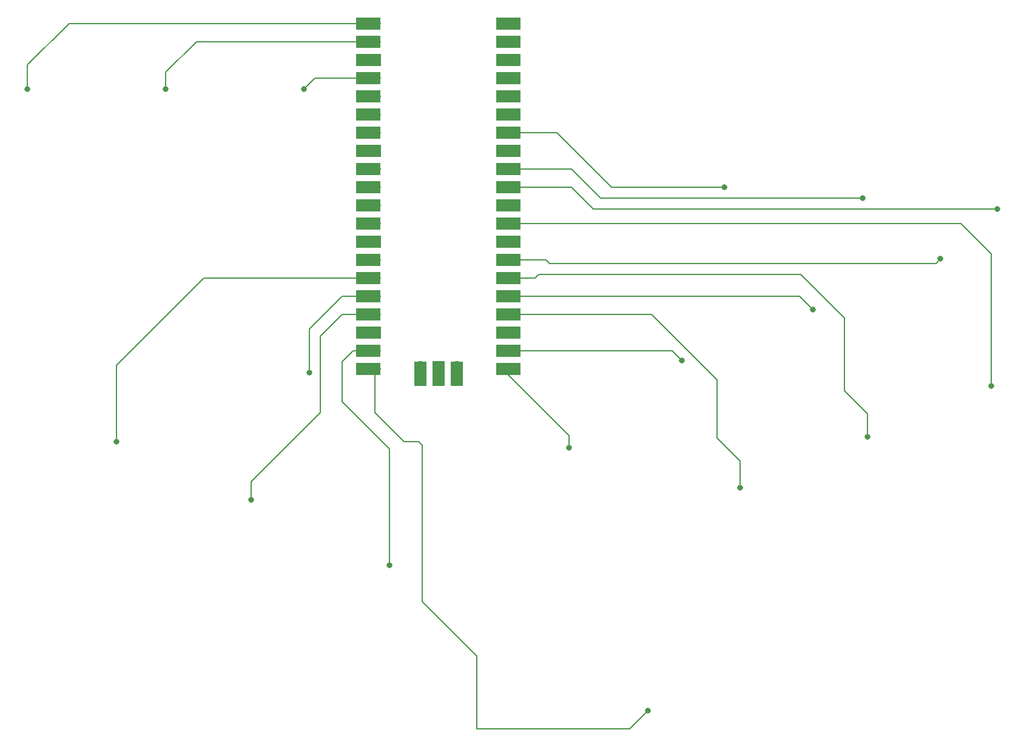
<source format=gbr>
%TF.GenerationSoftware,KiCad,Pcbnew,7.0.5*%
%TF.CreationDate,2023-08-06T16:06:21-05:00*%
%TF.ProjectId,NanoSwap,4e616e6f-5377-4617-902e-6b696361645f,rev?*%
%TF.SameCoordinates,Original*%
%TF.FileFunction,Copper,L1,Top*%
%TF.FilePolarity,Positive*%
%FSLAX46Y46*%
G04 Gerber Fmt 4.6, Leading zero omitted, Abs format (unit mm)*
G04 Created by KiCad (PCBNEW 7.0.5) date 2023-08-06 16:06:21*
%MOMM*%
%LPD*%
G01*
G04 APERTURE LIST*
%TA.AperFunction,ComponentPad*%
%ADD10O,1.700000X1.700000*%
%TD*%
%TA.AperFunction,SMDPad,CuDef*%
%ADD11R,3.500000X1.700000*%
%TD*%
%TA.AperFunction,ComponentPad*%
%ADD12R,1.700000X1.700000*%
%TD*%
%TA.AperFunction,SMDPad,CuDef*%
%ADD13R,1.700000X3.500000*%
%TD*%
%TA.AperFunction,ViaPad*%
%ADD14C,0.800000*%
%TD*%
%TA.AperFunction,Conductor*%
%ADD15C,0.140000*%
%TD*%
G04 APERTURE END LIST*
D10*
%TO.P,,1*%
%TO.N,N/C*%
X118872000Y-38100000D03*
D11*
X117972000Y-38100000D03*
D10*
%TO.P,,2*%
X118872000Y-40640000D03*
D11*
X117972000Y-40640000D03*
D12*
%TO.P,,3*%
X118872000Y-43180000D03*
D11*
X117972000Y-43180000D03*
D10*
%TO.P,,4*%
X118872000Y-45720000D03*
D11*
X117972000Y-45720000D03*
D10*
%TO.P,,5*%
X118872000Y-48260000D03*
D11*
X117972000Y-48260000D03*
D10*
%TO.P,,6*%
X118872000Y-50800000D03*
D11*
X117972000Y-50800000D03*
D10*
%TO.P,,7*%
X118872000Y-53340000D03*
D11*
X117972000Y-53340000D03*
D12*
%TO.P,,8*%
X118872000Y-55880000D03*
D11*
X117972000Y-55880000D03*
D10*
%TO.P,,9*%
X118872000Y-58420000D03*
D11*
X117972000Y-58420000D03*
D10*
%TO.P,,10*%
X118872000Y-60960000D03*
D11*
X117972000Y-60960000D03*
D10*
%TO.P,,11*%
X118872000Y-63500000D03*
D11*
X117972000Y-63500000D03*
D10*
%TO.P,,12*%
X118872000Y-66040000D03*
D11*
X117972000Y-66040000D03*
D12*
%TO.P,,13*%
X118872000Y-68580000D03*
D11*
X117972000Y-68580000D03*
D10*
%TO.P,,14*%
X118872000Y-71120000D03*
D11*
X117972000Y-71120000D03*
D10*
%TO.P,,15*%
X118872000Y-73660000D03*
D11*
X117972000Y-73660000D03*
D10*
%TO.P,,16*%
X118872000Y-76200000D03*
D11*
X117972000Y-76200000D03*
D10*
%TO.P,,17*%
X118872000Y-78740000D03*
D11*
X117972000Y-78740000D03*
D12*
%TO.P,,18*%
X118872000Y-81280000D03*
D11*
X117972000Y-81280000D03*
D10*
%TO.P,,19*%
X118872000Y-83820000D03*
D11*
X117972000Y-83820000D03*
D10*
%TO.P,,20*%
X118872000Y-86360000D03*
D11*
X117972000Y-86360000D03*
D10*
%TO.P,,21*%
X136652000Y-86360000D03*
D11*
X137552000Y-86360000D03*
D10*
%TO.P,,22*%
X136652000Y-83820000D03*
D11*
X137552000Y-83820000D03*
D12*
%TO.P,,23*%
X136652000Y-81280000D03*
D11*
X137552000Y-81280000D03*
D10*
%TO.P,,24*%
X136652000Y-78740000D03*
D11*
X137552000Y-78740000D03*
D10*
%TO.P,,25*%
X136652000Y-76200000D03*
D11*
X137552000Y-76200000D03*
D10*
%TO.P,,26*%
X136652000Y-73660000D03*
D11*
X137552000Y-73660000D03*
D10*
%TO.P,,27*%
X136652000Y-71120000D03*
D11*
X137552000Y-71120000D03*
D12*
%TO.P,,28*%
X136652000Y-68580000D03*
D11*
X137552000Y-68580000D03*
D10*
%TO.P,,29*%
X136652000Y-66040000D03*
D11*
X137552000Y-66040000D03*
D10*
%TO.P,,30*%
X136652000Y-63500000D03*
D11*
X137552000Y-63500000D03*
D10*
%TO.P,,31*%
X136652000Y-60960000D03*
D11*
X137552000Y-60960000D03*
D10*
%TO.P,,32*%
X136652000Y-58420000D03*
D11*
X137552000Y-58420000D03*
D12*
%TO.P,,33*%
X136652000Y-55880000D03*
D11*
X137552000Y-55880000D03*
D10*
%TO.P,,34*%
X136652000Y-53340000D03*
D11*
X137552000Y-53340000D03*
D10*
%TO.P,,35*%
X136652000Y-50800000D03*
D11*
X137552000Y-50800000D03*
D10*
%TO.P,,36*%
X136652000Y-48260000D03*
D11*
X137552000Y-48260000D03*
D10*
%TO.P,,37*%
X136652000Y-45720000D03*
D11*
X137552000Y-45720000D03*
D12*
%TO.P,,38*%
X136652000Y-43180000D03*
D11*
X137552000Y-43180000D03*
D10*
%TO.P,,39*%
X136652000Y-40640000D03*
D11*
X137552000Y-40640000D03*
D10*
%TO.P,,40*%
X136652000Y-38100000D03*
D11*
X137552000Y-38100000D03*
D10*
%TO.P,,41*%
X125222000Y-86130000D03*
D13*
X125222000Y-87030000D03*
D12*
%TO.P,,42*%
X127762000Y-86130000D03*
D13*
X127762000Y-87030000D03*
D10*
%TO.P,,43*%
X130302000Y-86130000D03*
D13*
X130302000Y-87030000D03*
%TD*%
D14*
%TO.N,*%
X169899212Y-102997814D03*
X109728000Y-86868000D03*
X186944000Y-62484000D03*
X108993190Y-47234000D03*
X120904000Y-113792000D03*
X205740000Y-64008000D03*
X70385190Y-47234000D03*
X180059212Y-78105814D03*
X204951212Y-88773814D03*
X82804000Y-96520000D03*
X146023212Y-97409814D03*
X101600000Y-104648000D03*
X187679212Y-95885814D03*
X197839212Y-70993814D03*
X156972000Y-134112000D03*
X161771212Y-85217814D03*
X167640000Y-60960000D03*
X89689190Y-47234000D03*
%TD*%
D15*
%TO.N,*%
X143256000Y-71628000D02*
X142748000Y-71120000D01*
X166624000Y-96012000D02*
X166624000Y-87884000D01*
X133096000Y-136652000D02*
X133096000Y-126492000D01*
X205740000Y-64008000D02*
X149352000Y-64008000D01*
X93980000Y-40640000D02*
X118872000Y-40640000D01*
X141224000Y-73660000D02*
X136652000Y-73660000D01*
X156972000Y-134112000D02*
X154432000Y-136652000D01*
X94996000Y-73660000D02*
X118872000Y-73660000D01*
X109728000Y-80772000D02*
X114300000Y-76200000D01*
X141732000Y-73152000D02*
X141224000Y-73660000D01*
X146023212Y-97409814D02*
X146023212Y-95731212D01*
X178308000Y-73152000D02*
X141732000Y-73152000D01*
X187679212Y-95885814D02*
X187679212Y-92683212D01*
X125476000Y-118872000D02*
X125476000Y-97028000D01*
X111252000Y-81788000D02*
X114300000Y-78740000D01*
X184404000Y-89408000D02*
X184404000Y-79248000D01*
X101600000Y-102108000D02*
X111252000Y-92456000D01*
X109728000Y-86868000D02*
X109728000Y-80772000D01*
X101600000Y-104648000D02*
X101600000Y-102108000D01*
X178153398Y-76200000D02*
X136652000Y-76200000D01*
X82804000Y-85852000D02*
X94996000Y-73660000D01*
X146304000Y-60960000D02*
X136652000Y-60960000D01*
X166624000Y-87884000D02*
X157480000Y-78740000D01*
X160373398Y-83820000D02*
X136652000Y-83820000D01*
X150368000Y-62484000D02*
X146304000Y-58420000D01*
X82804000Y-96520000D02*
X82804000Y-85852000D01*
X114300000Y-76200000D02*
X118872000Y-76200000D01*
X111252000Y-92456000D02*
X111252000Y-81788000D01*
X187679212Y-92683212D02*
X184404000Y-89408000D01*
X186944000Y-62484000D02*
X150368000Y-62484000D01*
X118872000Y-92456000D02*
X118872000Y-86360000D01*
X149352000Y-64008000D02*
X146304000Y-60960000D01*
X133096000Y-126492000D02*
X125476000Y-118872000D01*
X204951212Y-88773814D02*
X204951212Y-70331212D01*
X204951212Y-70331212D02*
X200660000Y-66040000D01*
X89689190Y-47234000D02*
X89689190Y-44930810D01*
X89689190Y-44930810D02*
X93980000Y-40640000D01*
X114300000Y-85344000D02*
X115824000Y-83820000D01*
X157480000Y-78740000D02*
X136652000Y-78740000D01*
X169899212Y-99287212D02*
X166624000Y-96012000D01*
X169899212Y-102997814D02*
X169899212Y-99287212D01*
X142748000Y-71120000D02*
X136652000Y-71120000D01*
X167640000Y-60960000D02*
X151892000Y-60960000D01*
X115824000Y-83820000D02*
X118872000Y-83820000D01*
X184404000Y-79248000D02*
X178308000Y-73152000D01*
X151892000Y-60960000D02*
X144272000Y-53340000D01*
X110507190Y-45720000D02*
X118872000Y-45720000D01*
X161771212Y-85217814D02*
X160373398Y-83820000D01*
X125476000Y-97028000D02*
X124968000Y-96520000D01*
X200660000Y-66040000D02*
X136652000Y-66040000D01*
X146304000Y-58420000D02*
X136652000Y-58420000D01*
X108993190Y-47234000D02*
X110507190Y-45720000D01*
X197839212Y-70993814D02*
X197205026Y-71628000D01*
X70385190Y-43914810D02*
X76200000Y-38100000D01*
X197205026Y-71628000D02*
X143256000Y-71628000D01*
X146023212Y-95731212D02*
X136652000Y-86360000D01*
X70385190Y-47234000D02*
X70385190Y-43914810D01*
X122936000Y-96520000D02*
X118872000Y-92456000D01*
X144272000Y-53340000D02*
X136652000Y-53340000D01*
X120904000Y-97536000D02*
X114300000Y-90932000D01*
X114300000Y-78740000D02*
X118872000Y-78740000D01*
X180059212Y-78105814D02*
X178153398Y-76200000D01*
X120904000Y-113792000D02*
X120904000Y-97536000D01*
X76200000Y-38100000D02*
X118872000Y-38100000D01*
X114300000Y-90932000D02*
X114300000Y-85344000D01*
X124968000Y-96520000D02*
X122936000Y-96520000D01*
X154432000Y-136652000D02*
X133096000Y-136652000D01*
%TD*%
M02*

</source>
